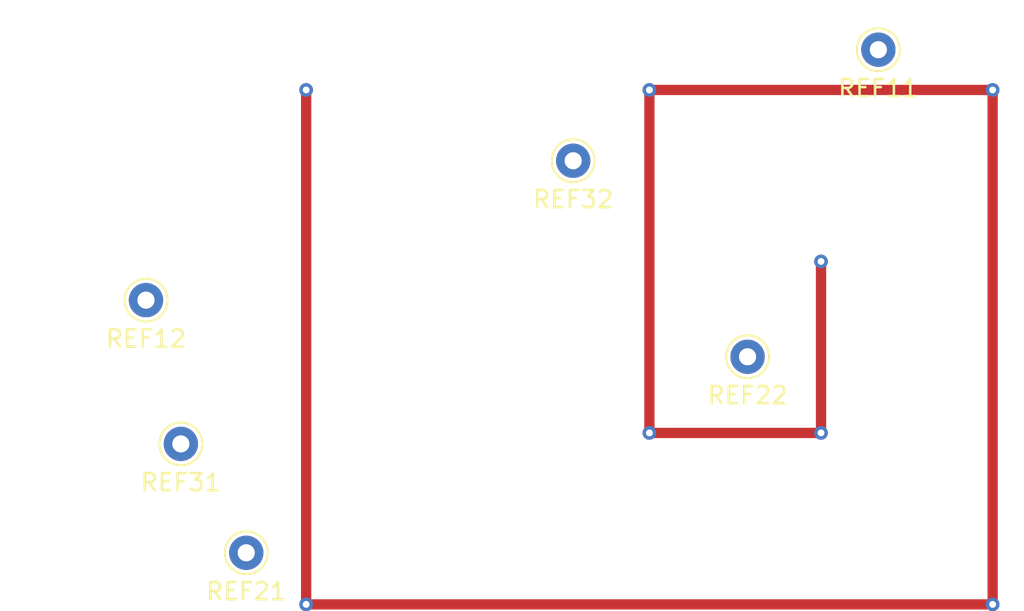
<source format=kicad_pcb>
(kicad_pcb (version 20221018) (generator pcbnew)
  (layers (0 "F.Cu" signal) (31 "B.Cu" signal) (34 "B.Paste" user) (35 "F.Paste" user) (36 "B.SilkS" user "B.Silkscreen") (37 "F.SilkS" user "F.Silkscreen") (38 "B.Mask" user) (39 "F.Mask" user) (44 "Edge.Cuts" user))
  (net 0 "")
  (net 1 "1")
  (net 2 "2")
  (net 3 "3")
  (net 4 "unconnected")
  (footprint "Connector_Pin:Pin_D1.0mm_L10.0mm" (layer "F.Cu") (at 16.51 46.99)
    (fp_text reference "REF21" (at 0 2.25) (layer "F.SilkS"))
    (fp_text value "Pin_D1.0mm_L10.0mm")
    (fp_circle (center 0 0) (end 1.25 0.05) (stroke (width 0.12)) (fill none) (layer "F.SilkS"))
    (pad "1" thru_hole circle (at 0 0) (size 2 2) (drill 1) (layers "*.Cu" "*.Mask") (net 2 "2"))
  )
  (footprint "Connector_Pin:Pin_D1.0mm_L10.0mm" (layer "F.Cu") (at 53.34 17.653)
    (fp_text reference "REF11" (at 0 2.25) (layer "F.SilkS"))
    (fp_text value "Pin_D1.0mm_L10.0mm")
    (fp_circle (center 0 0) (end 1.25 0.05) (stroke (width 0.12)) (fill none) (layer "F.SilkS"))
    (pad "1" thru_hole circle (at 0 0) (size 2 2) (drill 1) (layers "*.Cu" "*.Mask") (net 1 "1"))
  )
  (footprint "Connector_Pin:Pin_D1.0mm_L10.0mm" (layer "F.Cu") (at 12.7 40.64)
    (fp_text reference "REF31" (at 0 2.25) (layer "F.SilkS"))
    (fp_text value "Pin_D1.0mm_L10.0mm")
    (fp_circle (center 0 0) (end 1.25 0.05) (stroke (width 0.12)) (fill none) (layer "F.SilkS"))
    (pad "1" thru_hole circle (at 0 0) (size 2 2) (drill 1) (layers "*.Cu" "*.Mask") (net 3 "3"))
  )
  (footprint "Connector_Pin:Pin_D1.0mm_L10.0mm" (layer "F.Cu") (at 45.72 35.56)
    (fp_text reference "REF22" (at 0 2.25) (layer "F.SilkS"))
    (fp_text value "Pin_D1.0mm_L10.0mm")
    (fp_circle (center 0 0) (end 1.25 0.05) (stroke (width 0.12)) (fill none) (layer "F.SilkS"))
    (pad "1" thru_hole circle (at 0 0) (size 2 2) (drill 1) (layers "*.Cu" "*.Mask") (net 2 "2"))
  )
  (footprint "Connector_Pin:Pin_D1.0mm_L10.0mm" (layer "F.Cu") (at 10.668 32.258)
    (fp_text reference "REF12" (at 0 2.25) (layer "F.SilkS"))
    (fp_text value "Pin_D1.0mm_L10.0mm")
    (fp_circle (center 0 0) (end 1.25 0.05) (stroke (width 0.12)) (fill none) (layer "F.SilkS"))
    (pad "1" thru_hole circle (at 0 0) (size 2 2) (drill 1) (layers "*.Cu" "*.Mask") (net 1 "1"))
  )
  (footprint "Connector_Pin:Pin_D1.0mm_L10.0mm" (layer "F.Cu") (at 35.56 24.13)
    (fp_text reference "REF32" (at 0 2.25) (layer "F.SilkS"))
    (fp_text value "Pin_D1.0mm_L10.0mm")
    (fp_circle (center 0 0) (end 1.25 0.05) (stroke (width 0.12)) (fill none) (layer "F.SilkS"))
    (pad "1" thru_hole circle (at 0 0) (size 2 2) (drill 1) (layers "*.Cu" "*.Mask") (net 3 "3"))
  )
  (segment (start 20 50) (end 60 50) (width 0.6) (layer "F.Cu") (net 4))
  (segment (start 60 20) (end 40 20) (width 0.6) (layer "F.Cu") (net 4))
  (segment (start 40 20) (end 40 40) (width 0.6) (layer "F.Cu") (net 4))
  (segment (start 50 40) (end 50 30) (width 0.6) (layer "F.Cu") (net 4))
  (segment (start 60 50) (end 60 20) (width 0.6) (layer "F.Cu") (net 4))
  (segment (start 20 20) (end 20 50) (width 0.6) (layer "F.Cu") (net 4))
  (segment (start 40 40) (end 50 40) (width 0.6) (layer "F.Cu") (net 4))
  (via (at 20 50) (size 0.8) (drill 0.4) (layers "F.Cu" "B.Cu") (net 4))
  (via (at 60 50) (size 0.8) (drill 0.4) (layers "F.Cu" "B.Cu") (net 4))
  (via (at 50 40) (size 0.8) (drill 0.4) (layers "F.Cu" "B.Cu") (net 4))
  (via (at 40 20) (size 0.8) (drill 0.4) (layers "F.Cu" "B.Cu") (net 4))
  (via (at 20 20) (size 0.8) (drill 0.4) (layers "F.Cu" "B.Cu") (net 4))
  (via (at 40 40) (size 0.8) (drill 0.4) (layers "F.Cu" "B.Cu") (net 4))
  (via (at 60 20) (size 0.8) (drill 0.4) (layers "F.Cu" "B.Cu") (net 4))
  (via (at 50 30) (size 0.8) (drill 0.4) (layers "F.Cu" "B.Cu") (net 4))
)
</source>
